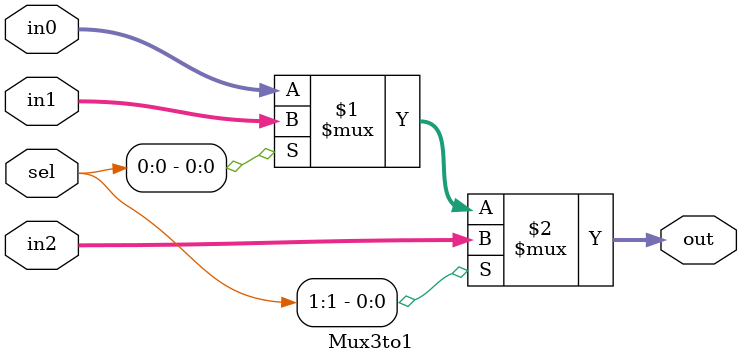
<source format=v>
`define	NumBits	16


module Mux2to1 (in0, in1, sel,
                   out);
    input wire [`NumBits-1:0] in0;
    input wire [`NumBits-1:0] in1;
    input wire sel;
    output wire [`NumBits-1:0] out;

    assign out = sel ? in1 : in0;

endmodule


module Mux3to1 (in0, in1, in2, sel,
                   out);
    input wire [`NumBits-1:0] in0;
    input wire [`NumBits-1:0] in1;
    input wire [`NumBits-1:0] in2;
    input wire [1:0] sel;
    output wire [`NumBits-1:0] out;

    assign out = sel[1] ? in2 : (sel[0] ? in1 : in0);

endmodule

</source>
